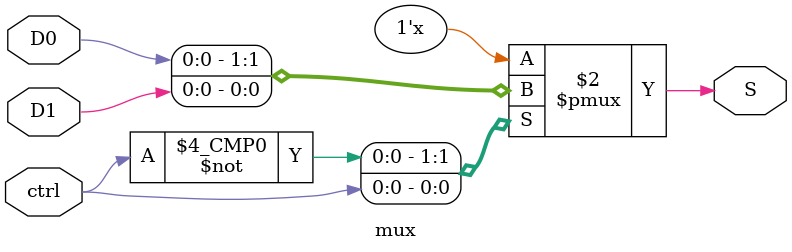
<source format=v>

module mux #(
    parameter WIDTH = 1
)(
  input ctrl,
  input [WIDTH-1:0] D0,
  input [WIDTH-1:0] D1,
  output reg [WIDTH-1:0] S
);

  // Specify the width of the data signals as a generic argument

  always @(*) begin
    case (ctrl)
      1'b0: S = D0;
      1'b1: S = D1;
      default: S = 0; // Fixed the default case to output 0.
    endcase
  end

endmodule

</source>
